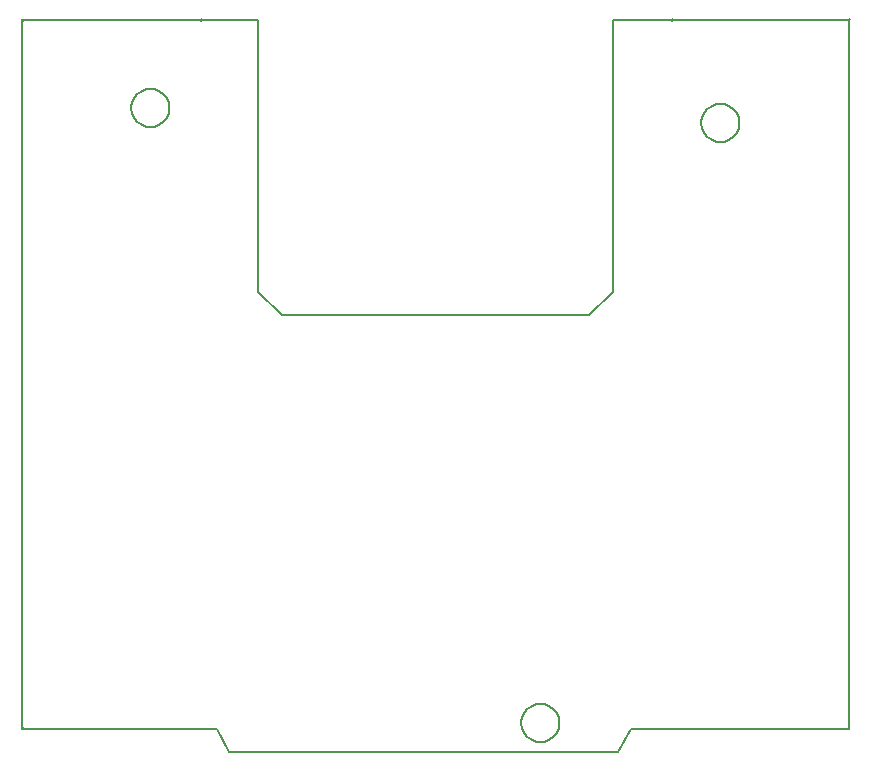
<source format=gbr>
G04 PROTEUS GERBER X2 FILE*
%TF.GenerationSoftware,Labcenter,Proteus,8.12-SP2-Build31155*%
%TF.CreationDate,2021-12-06T20:36:36+00:00*%
%TF.FileFunction,NonPlated,1,2,NPTH*%
%TF.FilePolarity,Positive*%
%TF.Part,Single*%
%TF.SameCoordinates,{41aeb68f-70a9-4567-b6d7-def337a2806a}*%
%FSLAX45Y45*%
%MOMM*%
G01*
%TA.AperFunction,Slot*%
%ADD40C,0.203200*%
%TA.AperFunction,Profile*%
%ADD17C,0.203200*%
%TD.AperFunction*%
D40*
X+0Y+6350D02*
X+6350Y+0D01*
X+12700Y+6350D02*
X+6350Y+0D01*
X+12700Y+6350D02*
X+6350Y+12700D01*
X+0Y+6350D02*
X+6350Y+12700D01*
X+6997700Y+6000750D02*
X+7004050Y+5994400D01*
X+7010400Y+6000750D02*
X+7004050Y+5994400D01*
X+7010400Y+6000750D02*
X+7004050Y+6007100D01*
X+6997700Y+6000750D02*
X+7004050Y+6007100D01*
X+5499100Y+6000750D02*
X+5505450Y+5994400D01*
X+5511800Y+6000750D02*
X+5505450Y+5994400D01*
X+5511800Y+6000750D02*
X+5505450Y+6007100D01*
X+5499100Y+6000750D02*
X+5505450Y+6007100D01*
X+6997700Y+6000750D02*
X+7004050Y+5994400D01*
X+7010400Y+6000750D02*
X+7004050Y+5994400D01*
X+7010400Y+6000750D02*
X+7004050Y+6007100D01*
X+6997700Y+6000750D02*
X+7004050Y+6007100D01*
X+5499100Y+6000750D02*
X+5505450Y+5994400D01*
X+5511800Y+6000750D02*
X+5505450Y+5994400D01*
X+5511800Y+6000750D02*
X+5505450Y+6007100D01*
X+5499100Y+6000750D02*
X+5505450Y+6007100D01*
X+1511300Y+6000750D02*
X+1517650Y+5994400D01*
X+1524000Y+6000750D02*
X+1517650Y+5994400D01*
X+1524000Y+6000750D02*
X+1517650Y+6007100D01*
X+1511300Y+6000750D02*
X+1517650Y+6007100D01*
X+0Y+6000750D02*
X+6350Y+5994400D01*
X+12700Y+6000750D02*
X+6350Y+5994400D01*
X+12700Y+6000750D02*
X+6350Y+6007100D01*
X+0Y+6000750D02*
X+6350Y+6007100D01*
X+1511300Y+6000750D02*
X+1517650Y+5994400D01*
X+1524000Y+6000750D02*
X+1517650Y+5994400D01*
X+1524000Y+6000750D02*
X+1517650Y+6007100D01*
X+1511300Y+6000750D02*
X+1517650Y+6007100D01*
X+0Y+6350D02*
X+6350Y+0D01*
X+12700Y+6350D02*
X+6350Y+0D01*
X+12700Y+6350D02*
X+6350Y+12700D01*
X+0Y+6350D02*
X+6350Y+12700D01*
X+0Y+6000750D02*
X+6350Y+5994400D01*
X+12700Y+6000750D02*
X+6350Y+5994400D01*
X+12700Y+6000750D02*
X+6350Y+6007100D01*
X+0Y+6000750D02*
X+6350Y+6007100D01*
X+0Y+6350D02*
X+6350Y+0D01*
X+12700Y+6350D02*
X+6350Y+0D01*
X+12700Y+6350D02*
X+6350Y+12700D01*
X+0Y+6350D02*
X+6350Y+12700D01*
X+6997700Y+6000750D02*
X+7004050Y+5994400D01*
X+7010400Y+6000750D02*
X+7004050Y+5994400D01*
X+7010400Y+6000750D02*
X+7004050Y+6007100D01*
X+6997700Y+6000750D02*
X+7004050Y+6007100D01*
X+5499100Y+6000750D02*
X+5505450Y+5994400D01*
X+5511800Y+6000750D02*
X+5505450Y+5994400D01*
X+5511800Y+6000750D02*
X+5505450Y+6007100D01*
X+5499100Y+6000750D02*
X+5505450Y+6007100D01*
X+6997700Y+6000750D02*
X+7004050Y+5994400D01*
X+7010400Y+6000750D02*
X+7004050Y+5994400D01*
X+7010400Y+6000750D02*
X+7004050Y+6007100D01*
X+6997700Y+6000750D02*
X+7004050Y+6007100D01*
X+5499100Y+6000750D02*
X+5505450Y+5994400D01*
X+5511800Y+6000750D02*
X+5505450Y+5994400D01*
X+5511800Y+6000750D02*
X+5505450Y+6007100D01*
X+5499100Y+6000750D02*
X+5505450Y+6007100D01*
X+1511300Y+6000750D02*
X+1517650Y+5994400D01*
X+1524000Y+6000750D02*
X+1517650Y+5994400D01*
X+1524000Y+6000750D02*
X+1517650Y+6007100D01*
X+1511300Y+6000750D02*
X+1517650Y+6007100D01*
X+0Y+6000750D02*
X+6350Y+5994400D01*
X+12700Y+6000750D02*
X+6350Y+5994400D01*
X+12700Y+6000750D02*
X+6350Y+6007100D01*
X+0Y+6000750D02*
X+6350Y+6007100D01*
X+1511300Y+6000750D02*
X+1517650Y+5994400D01*
X+1524000Y+6000750D02*
X+1517650Y+5994400D01*
X+1524000Y+6000750D02*
X+1517650Y+6007100D01*
X+1511300Y+6000750D02*
X+1517650Y+6007100D01*
X+0Y+6350D02*
X+6350Y+0D01*
X+12700Y+6350D02*
X+6350Y+0D01*
X+12700Y+6350D02*
X+6350Y+12700D01*
X+0Y+6350D02*
X+6350Y+12700D01*
X+0Y+6000750D02*
X+6350Y+5994400D01*
X+12700Y+6000750D02*
X+6350Y+5994400D01*
X+12700Y+6000750D02*
X+6350Y+6007100D01*
X+0Y+6000750D02*
X+6350Y+6007100D01*
X+0Y+6350D02*
X+6350Y+0D01*
X+12700Y+6350D02*
X+6350Y+0D01*
X+12700Y+6350D02*
X+6350Y+12700D01*
X+0Y+6350D02*
X+6350Y+12700D01*
X+6997700Y+6000750D02*
X+7004050Y+5994400D01*
X+7010400Y+6000750D02*
X+7004050Y+5994400D01*
X+7010400Y+6000750D02*
X+7004050Y+6007100D01*
X+6997700Y+6000750D02*
X+7004050Y+6007100D01*
X+5499100Y+6000750D02*
X+5505450Y+5994400D01*
X+5511800Y+6000750D02*
X+5505450Y+5994400D01*
X+5511800Y+6000750D02*
X+5505450Y+6007100D01*
X+5499100Y+6000750D02*
X+5505450Y+6007100D01*
X+6997700Y+6000750D02*
X+7004050Y+5994400D01*
X+7010400Y+6000750D02*
X+7004050Y+5994400D01*
X+7010400Y+6000750D02*
X+7004050Y+6007100D01*
X+6997700Y+6000750D02*
X+7004050Y+6007100D01*
X+5499100Y+6000750D02*
X+5505450Y+5994400D01*
X+5511800Y+6000750D02*
X+5505450Y+5994400D01*
X+5511800Y+6000750D02*
X+5505450Y+6007100D01*
X+5499100Y+6000750D02*
X+5505450Y+6007100D01*
X+1511300Y+6000750D02*
X+1517650Y+5994400D01*
X+1524000Y+6000750D02*
X+1517650Y+5994400D01*
X+1524000Y+6000750D02*
X+1517650Y+6007100D01*
X+1511300Y+6000750D02*
X+1517650Y+6007100D01*
X+0Y+6000750D02*
X+6350Y+5994400D01*
X+12700Y+6000750D02*
X+6350Y+5994400D01*
X+12700Y+6000750D02*
X+6350Y+6007100D01*
X+0Y+6000750D02*
X+6350Y+6007100D01*
X+1511300Y+6000750D02*
X+1517650Y+5994400D01*
X+1524000Y+6000750D02*
X+1517650Y+5994400D01*
X+1524000Y+6000750D02*
X+1517650Y+6007100D01*
X+1511300Y+6000750D02*
X+1517650Y+6007100D01*
X+0Y+6350D02*
X+6350Y+0D01*
X+12700Y+6350D02*
X+6350Y+0D01*
X+12700Y+6350D02*
X+6350Y+12700D01*
X+0Y+6350D02*
X+6350Y+12700D01*
X+0Y+6000750D02*
X+6350Y+5994400D01*
X+12700Y+6000750D02*
X+6350Y+5994400D01*
X+12700Y+6000750D02*
X+6350Y+6007100D01*
X+0Y+6000750D02*
X+6350Y+6007100D01*
X+0Y+6350D02*
X+6350Y+0D01*
X+12700Y+6350D02*
X+6350Y+0D01*
X+12700Y+6350D02*
X+6350Y+12700D01*
X+0Y+6350D02*
X+6350Y+12700D01*
X+0Y+6000750D02*
X+6350Y+5994400D01*
X+12700Y+6000750D02*
X+6350Y+5994400D01*
X+12700Y+6000750D02*
X+6350Y+6007100D01*
X+0Y+6000750D02*
X+6350Y+6007100D01*
X+0Y+6000750D02*
X+6350Y+5994400D01*
X+12700Y+6000750D02*
X+6350Y+5994400D01*
X+12700Y+6000750D02*
X+6350Y+6007100D01*
X+0Y+6000750D02*
X+6350Y+6007100D01*
X+1511300Y+6000750D02*
X+1517650Y+5994400D01*
X+1524000Y+6000750D02*
X+1517650Y+5994400D01*
X+1524000Y+6000750D02*
X+1517650Y+6007100D01*
X+1511300Y+6000750D02*
X+1517650Y+6007100D01*
X+1511300Y+6000750D02*
X+1517650Y+5994400D01*
X+1524000Y+6000750D02*
X+1517650Y+5994400D01*
X+1524000Y+6000750D02*
X+1517650Y+6007100D01*
X+1511300Y+6000750D02*
X+1517650Y+6007100D01*
X+5499100Y+6000750D02*
X+5505450Y+5994400D01*
X+5511800Y+6000750D02*
X+5505450Y+5994400D01*
X+5511800Y+6000750D02*
X+5505450Y+6007100D01*
X+5499100Y+6000750D02*
X+5505450Y+6007100D01*
X+5499100Y+6000750D02*
X+5505450Y+5994400D01*
X+5511800Y+6000750D02*
X+5505450Y+5994400D01*
X+5511800Y+6000750D02*
X+5505450Y+6007100D01*
X+5499100Y+6000750D02*
X+5505450Y+6007100D01*
X+6997700Y+6000750D02*
X+7004050Y+5994400D01*
X+7010400Y+6000750D02*
X+7004050Y+5994400D01*
X+7010400Y+6000750D02*
X+7004050Y+6007100D01*
X+6997700Y+6000750D02*
X+7004050Y+6007100D01*
X+6997700Y+6000750D02*
X+7004050Y+5994400D01*
X+7010400Y+6000750D02*
X+7004050Y+5994400D01*
X+7010400Y+6000750D02*
X+7004050Y+6007100D01*
X+6997700Y+6000750D02*
X+7004050Y+6007100D01*
X+0Y+6350D02*
X+6350Y+0D01*
X+12700Y+6350D02*
X+6350Y+0D01*
X+12700Y+6350D02*
X+6350Y+12700D01*
X+0Y+6350D02*
X+6350Y+12700D01*
D17*
X+0Y+0D02*
X+1650000Y+0D01*
X+7000000Y+0D02*
X+7000000Y+6000000D01*
X+5000000Y+6000000D01*
X+5000000Y+3700000D01*
X+4800000Y+3500000D01*
X+2200000Y+3500000D01*
X+2000000Y+3700000D02*
X+2000000Y+6000000D01*
X+0Y+6000000D01*
X+0Y+0D01*
X+2000000Y+3700000D02*
X+2200000Y+3500000D01*
X+5160000Y+0D02*
X+7000000Y+0D01*
X+1750000Y-200000D02*
X+5050000Y-200000D01*
X+1650000Y+0D02*
X+1750000Y-200000D01*
X+5160000Y+0D02*
X+5050000Y-200000D01*
X+4550045Y+50000D02*
X+4549508Y+63142D01*
X+4545144Y+89427D01*
X+4536029Y+115712D01*
X+4521182Y+141997D01*
X+4498470Y+168118D01*
X+4472185Y+187898D01*
X+4445900Y+200658D01*
X+4419615Y+208108D01*
X+4393330Y+210987D01*
X+4389000Y+211045D01*
X+4227955Y+50000D02*
X+4228492Y+63142D01*
X+4232856Y+89427D01*
X+4241971Y+115712D01*
X+4256818Y+141997D01*
X+4279530Y+168118D01*
X+4305815Y+187898D01*
X+4332100Y+200658D01*
X+4358385Y+208108D01*
X+4384670Y+210987D01*
X+4389000Y+211045D01*
X+4227955Y+50000D02*
X+4228492Y+36858D01*
X+4232856Y+10573D01*
X+4241971Y-15712D01*
X+4256818Y-41997D01*
X+4279530Y-68118D01*
X+4305815Y-87898D01*
X+4332100Y-100658D01*
X+4358385Y-108108D01*
X+4384670Y-110987D01*
X+4389000Y-111045D01*
X+4550045Y+50000D02*
X+4549508Y+36858D01*
X+4545144Y+10573D01*
X+4536029Y-15712D01*
X+4521182Y-41997D01*
X+4498470Y-68118D01*
X+4472185Y-87898D01*
X+4445900Y-100658D01*
X+4419615Y-108108D01*
X+4393330Y-110987D01*
X+4389000Y-111045D01*
X+6074045Y+5130000D02*
X+6073508Y+5143142D01*
X+6069144Y+5169427D01*
X+6060029Y+5195712D01*
X+6045182Y+5221997D01*
X+6022470Y+5248118D01*
X+5996185Y+5267898D01*
X+5969900Y+5280658D01*
X+5943615Y+5288108D01*
X+5917330Y+5290987D01*
X+5913000Y+5291045D01*
X+5751955Y+5130000D02*
X+5752492Y+5143142D01*
X+5756856Y+5169427D01*
X+5765971Y+5195712D01*
X+5780818Y+5221997D01*
X+5803530Y+5248118D01*
X+5829815Y+5267898D01*
X+5856100Y+5280658D01*
X+5882385Y+5288108D01*
X+5908670Y+5290987D01*
X+5913000Y+5291045D01*
X+5751955Y+5130000D02*
X+5752492Y+5116858D01*
X+5756856Y+5090573D01*
X+5765971Y+5064288D01*
X+5780818Y+5038003D01*
X+5803530Y+5011882D01*
X+5829815Y+4992102D01*
X+5856100Y+4979342D01*
X+5882385Y+4971892D01*
X+5908670Y+4969013D01*
X+5913000Y+4968955D01*
X+6074045Y+5130000D02*
X+6073508Y+5116858D01*
X+6069144Y+5090573D01*
X+6060029Y+5064288D01*
X+6045182Y+5038003D01*
X+6022470Y+5011882D01*
X+5996185Y+4992102D01*
X+5969900Y+4979342D01*
X+5943615Y+4971892D01*
X+5917330Y+4969013D01*
X+5913000Y+4968955D01*
X+1248045Y+5257000D02*
X+1247508Y+5270142D01*
X+1243144Y+5296427D01*
X+1234029Y+5322712D01*
X+1219182Y+5348997D01*
X+1196470Y+5375118D01*
X+1170185Y+5394898D01*
X+1143900Y+5407658D01*
X+1117615Y+5415108D01*
X+1091330Y+5417987D01*
X+1087000Y+5418045D01*
X+925955Y+5257000D02*
X+926492Y+5270142D01*
X+930856Y+5296427D01*
X+939971Y+5322712D01*
X+954818Y+5348997D01*
X+977530Y+5375118D01*
X+1003815Y+5394898D01*
X+1030100Y+5407658D01*
X+1056385Y+5415108D01*
X+1082670Y+5417987D01*
X+1087000Y+5418045D01*
X+925955Y+5257000D02*
X+926492Y+5243858D01*
X+930856Y+5217573D01*
X+939971Y+5191288D01*
X+954818Y+5165003D01*
X+977530Y+5138882D01*
X+1003815Y+5119102D01*
X+1030100Y+5106342D01*
X+1056385Y+5098892D01*
X+1082670Y+5096013D01*
X+1087000Y+5095955D01*
X+1248045Y+5257000D02*
X+1247508Y+5243858D01*
X+1243144Y+5217573D01*
X+1234029Y+5191288D01*
X+1219182Y+5165003D01*
X+1196470Y+5138882D01*
X+1170185Y+5119102D01*
X+1143900Y+5106342D01*
X+1117615Y+5098892D01*
X+1091330Y+5096013D01*
X+1087000Y+5095955D01*
M02*

</source>
